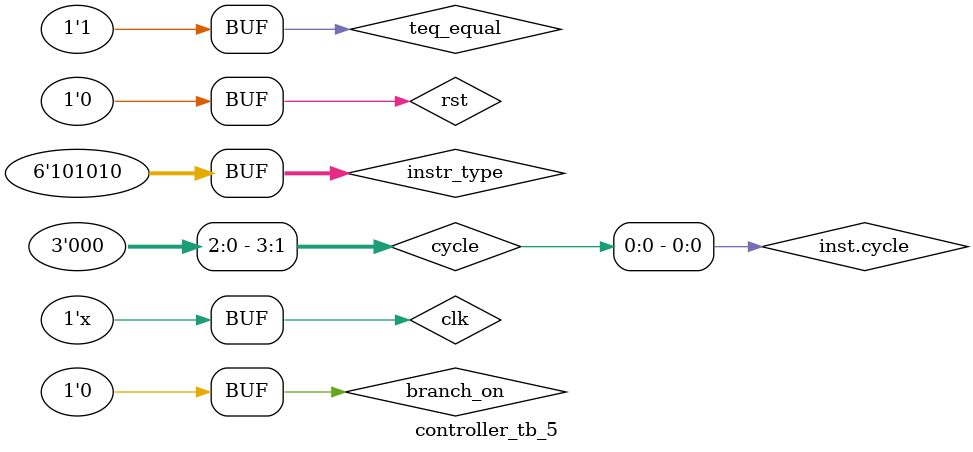
<source format=v>
`timescale 1ns / 1ps


module controller_tb_5;

parameter INST_TYPE_ADD   = 6'd0;
parameter INST_TYPE_ADDU  = 6'd1;
parameter INST_TYPE_SUB   = 6'd2;
parameter INST_TYPE_SUBU  = 6'd3;
parameter INST_TYPE_AND   = 6'd4;
parameter INST_TYPE_OR    = 6'd5;
parameter INST_TYPE_XOR   = 6'd6;
parameter INST_TYPE_NOR   = 6'd7;
parameter INST_TYPE_SLT   = 6'd8;
parameter INST_TYPE_SLTU  = 6'd9;
parameter INST_TYPE_SLL   = 6'd10;
parameter INST_TYPE_SRL   = 6'd11;
parameter INST_TYPE_SRA   = 6'd12;
parameter INST_TYPE_SLLV  = 6'd13;
parameter INST_TYPE_SRLV  = 6'd14;
parameter INST_TYPE_SRAV  = 6'd15;
parameter INST_TYPE_JR    = 6'd16;
parameter INST_TYPE_ADDI  = 6'd17;
parameter INST_TYPE_ADDIU = 6'd18;
parameter INST_TYPE_ANDI  = 6'd19;
parameter INST_TYPE_ORI   = 6'd20;
parameter INST_TYPE_XORI  = 6'd21;
parameter INST_TYPE_LW    = 6'd22;
parameter INST_TYPE_SW    = 6'd23;
parameter INST_TYPE_BEQ   = 6'd24;
parameter INST_TYPE_BNE   = 6'd25;
parameter INST_TYPE_SLTI  = 6'd26;
parameter INST_TYPE_SLTIU = 6'd27;
parameter INST_TYPE_LUI   = 6'd28;
parameter INST_TYPE_J     = 6'd29;
parameter INST_TYPE_JAL   = 6'd30;
parameter INST_TYPE_JALR  = 6'd31;
parameter INST_TYPE_MULT  = 6'd32;
parameter INST_TYPE_MULTU = 6'd33;
parameter INST_TYPE_DIV   = 6'd34;
parameter INST_TYPE_DIVU  = 6'd35;
parameter INST_TYPE_MFLO  = 6'd36;
parameter INST_TYPE_MFHI  = 6'd37;
parameter INST_TYPE_MTLO  = 6'd38;
parameter INST_TYPE_MTHI  = 6'd39;
parameter INST_TYPE_TEQ   = 6'd40;
parameter INST_TYPE_BREAK = 6'd41;
parameter INST_TYPE_ERET  = 6'd42;
parameter INST_TYPE_SYSCALL = 6'd43;
parameter INST_TYPE_LB    = 6'd44;
parameter INST_TYPE_LBU   = 6'd45;
parameter INST_TYPE_LH    = 6'd46;
parameter INST_TYPE_LHU   = 6'd47;
parameter INST_TYPE_SB    = 6'd48;
parameter INST_TYPE_SH    = 6'd49;
parameter INST_TYPE_BGEZ  = 6'd50;
parameter INST_TYPE_MFC0  = 6'd51;
parameter INST_TYPE_MTC0  = 6'd52;
parameter INST_TYPE_CLZ   = 6'd53;
parameter INST_TYPE_UNKNOWN = 6'd54;

reg clk;
reg rst;
reg [5:0]instr_type;
reg branch_on;
wire clz_busy;
wire clz_start;
reg teq_equal;


wire IM_R;
wire PC_out;
wire PC_in;
wire M_R;
wire M_W;
wire DRw_out;
wire DRw_in;
wire DRr_out;
wire DRr_in;
wire Z_out;
wire Z_in;
wire IR_out;
wire IR_in;
wire GR_in;
wire GR_R1_out;
wire GR_R2_out;
wire LO_in;
wire LO_out;
wire HI_in;
wire HI_out;
wire CP0_Rd_in;
wire CP0_Rd_out;
wire t_status_in;
wire t_status_out;
wire mult_start;
wire multu_start;
wire mult_signed;
wire div_start;
wire div_signed;
wire busy;
wire mask_update;
wire next_update;

wire [2:0] MUXT_ALU_A;
wire [2:0] MUXT_ALU_B;

wire [3:0] alu_code;
wire [2:0] MUXT_PC_W_DATA;

controller inst(
    .clk(clk),
    .rst(rst),
    .alu_code_t(4'b1111),
    .alu_code(alu_code),
    .mask_update(mask_update),
    .next_update(next_update),
    .instr_type(instr_type),
    .branch_on(branch_on),
    .teq_equal(teq_equal),
    .div_busy(busy),
    .IM_R(IM_R),
    .PC_out(PC_out),
    .PC_in(PC_in),
    .M_R(M_R),
    .M_W(M_W),
    .DRw_out(DRw_out),
    .DRw_in(DRw_in),
    .DRr_out(DRr_out),
    .DRr_in(DRr_in),
    .Z_out(Z_out),
    .Z_in(Z_in),
    .IR_out(IR_out),
    .IR_in(IR_in),
    .GR_in(GR_in),
    .GR_R1_out(GR_R1_out),
    .GR_R2_out(GR_R2_out),
    .LO_in(LO_in),
    .LO_out(LO_out),
    .HI_in(HI_in),
    .HI_out(HI_out),
    .CP0_Rd_in(CP0_Rd_in),
    .CP0_Rd_out(CP0_Rd_out),
    .t_status_in(t_status_in),
    .t_status_out(t_status_out),
    .mult_start(mult_start),
    .mult_signed(mult_signed),
    .div_start(div_start),
    .div_signed(div_signed),
    .clz_busy(clz_busy),
    .clz_start(clz_start),

    .MUXT_CP0_W_EPC(MUXT_CP0_W_EPC),
    .MUXT_CP0_W_STATUS(MUXT_CP0_W_STATUS),
    .MUXT_CP0_W_CAUSE(MUXT_CP0_W_CAUSE),

    .MUXT_CP0_WDATA_PC(MUXT_CP0_WDATA_PC),
    .MUXT_CP0_WDATA_Z(MUXT_CP0_WDATA_Z),
    .MUXT_CP0_WDATA_T_STATUS(MUXT_CP0_WDATA_T_STATUS),
    .MUXT_CP0_WDATA_IR(MUXT_CP0_WDATA_IR),
    .MUXT_CP0_WDATA_RT(MUXT_CP0_WDATA_RT),

    .MUXT_ALU_A(MUXT_ALU_A),
    .MUXT_ALU_B(MUXT_ALU_B),

    .MUXT_CP0_R_RD(MUXT_CP0_R_RD),
    .MUXT_CP0_R_EPC(MUXT_CP0_R_EPC),
    .MUXT_CP0_R_SATUS(MUXT_CP0_R_SATUS), //

    .MUXT_PC_W_DATA(MUXT_PC_W_DATA)
    );
    always #5 clk = ~clk;

    // wire [3:0] T_state = inst.cycle + 4'b1;
    wire [3:0] cycle   = inst.cycle;

    initial begin
        clk = 0;
        rst = 1;
        branch_on = 0;
        teq_equal = 0;

        #13;
        rst = 0; //reset
        #2;
        // teq 1
        instr_type = INST_TYPE_TEQ;
        #40;

        // teq 2
        instr_type = INST_TYPE_TEQ;
        #30;
        teq_equal = 1;//T4 Zout
        #50;

        // break
        instr_type = INST_TYPE_BREAK;
        #60

        // syscall
        instr_type = INST_TYPE_SYSCALL;

        #60;
        // eret
        instr_type = INST_TYPE_ERET;

    end



endmodule

</source>
